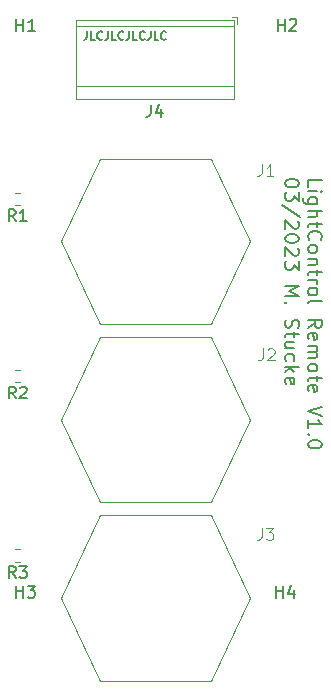
<source format=gbr>
%TF.GenerationSoftware,KiCad,Pcbnew,7.0.1*%
%TF.CreationDate,2023-03-29T16:16:29+02:00*%
%TF.ProjectId,remote,72656d6f-7465-42e6-9b69-6361645f7063,1.0*%
%TF.SameCoordinates,Original*%
%TF.FileFunction,Legend,Top*%
%TF.FilePolarity,Positive*%
%FSLAX46Y46*%
G04 Gerber Fmt 4.6, Leading zero omitted, Abs format (unit mm)*
G04 Created by KiCad (PCBNEW 7.0.1) date 2023-03-29 16:16:29*
%MOMM*%
%LPD*%
G01*
G04 APERTURE LIST*
%ADD10C,0.150000*%
%ADD11C,0.200000*%
%ADD12C,0.100000*%
%ADD13C,0.120000*%
G04 APERTURE END LIST*
D10*
X135866666Y-51114333D02*
X135866666Y-51614333D01*
X135866666Y-51614333D02*
X135833333Y-51714333D01*
X135833333Y-51714333D02*
X135766666Y-51781000D01*
X135766666Y-51781000D02*
X135666666Y-51814333D01*
X135666666Y-51814333D02*
X135600000Y-51814333D01*
X136533333Y-51814333D02*
X136199999Y-51814333D01*
X136199999Y-51814333D02*
X136199999Y-51114333D01*
X137166666Y-51747666D02*
X137133333Y-51781000D01*
X137133333Y-51781000D02*
X137033333Y-51814333D01*
X137033333Y-51814333D02*
X136966666Y-51814333D01*
X136966666Y-51814333D02*
X136866666Y-51781000D01*
X136866666Y-51781000D02*
X136800000Y-51714333D01*
X136800000Y-51714333D02*
X136766666Y-51647666D01*
X136766666Y-51647666D02*
X136733333Y-51514333D01*
X136733333Y-51514333D02*
X136733333Y-51414333D01*
X136733333Y-51414333D02*
X136766666Y-51281000D01*
X136766666Y-51281000D02*
X136800000Y-51214333D01*
X136800000Y-51214333D02*
X136866666Y-51147666D01*
X136866666Y-51147666D02*
X136966666Y-51114333D01*
X136966666Y-51114333D02*
X137033333Y-51114333D01*
X137033333Y-51114333D02*
X137133333Y-51147666D01*
X137133333Y-51147666D02*
X137166666Y-51181000D01*
X137666666Y-51114333D02*
X137666666Y-51614333D01*
X137666666Y-51614333D02*
X137633333Y-51714333D01*
X137633333Y-51714333D02*
X137566666Y-51781000D01*
X137566666Y-51781000D02*
X137466666Y-51814333D01*
X137466666Y-51814333D02*
X137400000Y-51814333D01*
X138333333Y-51814333D02*
X137999999Y-51814333D01*
X137999999Y-51814333D02*
X137999999Y-51114333D01*
X138966666Y-51747666D02*
X138933333Y-51781000D01*
X138933333Y-51781000D02*
X138833333Y-51814333D01*
X138833333Y-51814333D02*
X138766666Y-51814333D01*
X138766666Y-51814333D02*
X138666666Y-51781000D01*
X138666666Y-51781000D02*
X138600000Y-51714333D01*
X138600000Y-51714333D02*
X138566666Y-51647666D01*
X138566666Y-51647666D02*
X138533333Y-51514333D01*
X138533333Y-51514333D02*
X138533333Y-51414333D01*
X138533333Y-51414333D02*
X138566666Y-51281000D01*
X138566666Y-51281000D02*
X138600000Y-51214333D01*
X138600000Y-51214333D02*
X138666666Y-51147666D01*
X138666666Y-51147666D02*
X138766666Y-51114333D01*
X138766666Y-51114333D02*
X138833333Y-51114333D01*
X138833333Y-51114333D02*
X138933333Y-51147666D01*
X138933333Y-51147666D02*
X138966666Y-51181000D01*
X139466666Y-51114333D02*
X139466666Y-51614333D01*
X139466666Y-51614333D02*
X139433333Y-51714333D01*
X139433333Y-51714333D02*
X139366666Y-51781000D01*
X139366666Y-51781000D02*
X139266666Y-51814333D01*
X139266666Y-51814333D02*
X139200000Y-51814333D01*
X140133333Y-51814333D02*
X139799999Y-51814333D01*
X139799999Y-51814333D02*
X139799999Y-51114333D01*
X140766666Y-51747666D02*
X140733333Y-51781000D01*
X140733333Y-51781000D02*
X140633333Y-51814333D01*
X140633333Y-51814333D02*
X140566666Y-51814333D01*
X140566666Y-51814333D02*
X140466666Y-51781000D01*
X140466666Y-51781000D02*
X140400000Y-51714333D01*
X140400000Y-51714333D02*
X140366666Y-51647666D01*
X140366666Y-51647666D02*
X140333333Y-51514333D01*
X140333333Y-51514333D02*
X140333333Y-51414333D01*
X140333333Y-51414333D02*
X140366666Y-51281000D01*
X140366666Y-51281000D02*
X140400000Y-51214333D01*
X140400000Y-51214333D02*
X140466666Y-51147666D01*
X140466666Y-51147666D02*
X140566666Y-51114333D01*
X140566666Y-51114333D02*
X140633333Y-51114333D01*
X140633333Y-51114333D02*
X140733333Y-51147666D01*
X140733333Y-51147666D02*
X140766666Y-51181000D01*
X141266666Y-51114333D02*
X141266666Y-51614333D01*
X141266666Y-51614333D02*
X141233333Y-51714333D01*
X141233333Y-51714333D02*
X141166666Y-51781000D01*
X141166666Y-51781000D02*
X141066666Y-51814333D01*
X141066666Y-51814333D02*
X141000000Y-51814333D01*
X141933333Y-51814333D02*
X141599999Y-51814333D01*
X141599999Y-51814333D02*
X141599999Y-51114333D01*
X142566666Y-51747666D02*
X142533333Y-51781000D01*
X142533333Y-51781000D02*
X142433333Y-51814333D01*
X142433333Y-51814333D02*
X142366666Y-51814333D01*
X142366666Y-51814333D02*
X142266666Y-51781000D01*
X142266666Y-51781000D02*
X142200000Y-51714333D01*
X142200000Y-51714333D02*
X142166666Y-51647666D01*
X142166666Y-51647666D02*
X142133333Y-51514333D01*
X142133333Y-51514333D02*
X142133333Y-51414333D01*
X142133333Y-51414333D02*
X142166666Y-51281000D01*
X142166666Y-51281000D02*
X142200000Y-51214333D01*
X142200000Y-51214333D02*
X142266666Y-51147666D01*
X142266666Y-51147666D02*
X142366666Y-51114333D01*
X142366666Y-51114333D02*
X142433333Y-51114333D01*
X142433333Y-51114333D02*
X142533333Y-51147666D01*
X142533333Y-51147666D02*
X142566666Y-51181000D01*
D11*
X154590857Y-64257142D02*
X154590857Y-63685714D01*
X154590857Y-63685714D02*
X155790857Y-63685714D01*
X154590857Y-64657143D02*
X155390857Y-64657143D01*
X155790857Y-64657143D02*
X155733714Y-64600000D01*
X155733714Y-64600000D02*
X155676571Y-64657143D01*
X155676571Y-64657143D02*
X155733714Y-64714286D01*
X155733714Y-64714286D02*
X155790857Y-64657143D01*
X155790857Y-64657143D02*
X155676571Y-64657143D01*
X155390857Y-65742858D02*
X154419428Y-65742858D01*
X154419428Y-65742858D02*
X154305142Y-65685715D01*
X154305142Y-65685715D02*
X154248000Y-65628572D01*
X154248000Y-65628572D02*
X154190857Y-65514286D01*
X154190857Y-65514286D02*
X154190857Y-65342858D01*
X154190857Y-65342858D02*
X154248000Y-65228572D01*
X154648000Y-65742858D02*
X154590857Y-65628572D01*
X154590857Y-65628572D02*
X154590857Y-65400000D01*
X154590857Y-65400000D02*
X154648000Y-65285715D01*
X154648000Y-65285715D02*
X154705142Y-65228572D01*
X154705142Y-65228572D02*
X154819428Y-65171429D01*
X154819428Y-65171429D02*
X155162285Y-65171429D01*
X155162285Y-65171429D02*
X155276571Y-65228572D01*
X155276571Y-65228572D02*
X155333714Y-65285715D01*
X155333714Y-65285715D02*
X155390857Y-65400000D01*
X155390857Y-65400000D02*
X155390857Y-65628572D01*
X155390857Y-65628572D02*
X155333714Y-65742858D01*
X154590857Y-66314286D02*
X155790857Y-66314286D01*
X154590857Y-66828572D02*
X155219428Y-66828572D01*
X155219428Y-66828572D02*
X155333714Y-66771429D01*
X155333714Y-66771429D02*
X155390857Y-66657143D01*
X155390857Y-66657143D02*
X155390857Y-66485714D01*
X155390857Y-66485714D02*
X155333714Y-66371429D01*
X155333714Y-66371429D02*
X155276571Y-66314286D01*
X155390857Y-67228571D02*
X155390857Y-67685714D01*
X155790857Y-67400000D02*
X154762285Y-67400000D01*
X154762285Y-67400000D02*
X154648000Y-67457143D01*
X154648000Y-67457143D02*
X154590857Y-67571428D01*
X154590857Y-67571428D02*
X154590857Y-67685714D01*
X154705142Y-68771428D02*
X154648000Y-68714285D01*
X154648000Y-68714285D02*
X154590857Y-68542857D01*
X154590857Y-68542857D02*
X154590857Y-68428571D01*
X154590857Y-68428571D02*
X154648000Y-68257142D01*
X154648000Y-68257142D02*
X154762285Y-68142857D01*
X154762285Y-68142857D02*
X154876571Y-68085714D01*
X154876571Y-68085714D02*
X155105142Y-68028571D01*
X155105142Y-68028571D02*
X155276571Y-68028571D01*
X155276571Y-68028571D02*
X155505142Y-68085714D01*
X155505142Y-68085714D02*
X155619428Y-68142857D01*
X155619428Y-68142857D02*
X155733714Y-68257142D01*
X155733714Y-68257142D02*
X155790857Y-68428571D01*
X155790857Y-68428571D02*
X155790857Y-68542857D01*
X155790857Y-68542857D02*
X155733714Y-68714285D01*
X155733714Y-68714285D02*
X155676571Y-68771428D01*
X154590857Y-69457142D02*
X154648000Y-69342857D01*
X154648000Y-69342857D02*
X154705142Y-69285714D01*
X154705142Y-69285714D02*
X154819428Y-69228571D01*
X154819428Y-69228571D02*
X155162285Y-69228571D01*
X155162285Y-69228571D02*
X155276571Y-69285714D01*
X155276571Y-69285714D02*
X155333714Y-69342857D01*
X155333714Y-69342857D02*
X155390857Y-69457142D01*
X155390857Y-69457142D02*
X155390857Y-69628571D01*
X155390857Y-69628571D02*
X155333714Y-69742857D01*
X155333714Y-69742857D02*
X155276571Y-69800000D01*
X155276571Y-69800000D02*
X155162285Y-69857142D01*
X155162285Y-69857142D02*
X154819428Y-69857142D01*
X154819428Y-69857142D02*
X154705142Y-69800000D01*
X154705142Y-69800000D02*
X154648000Y-69742857D01*
X154648000Y-69742857D02*
X154590857Y-69628571D01*
X154590857Y-69628571D02*
X154590857Y-69457142D01*
X155390857Y-70371428D02*
X154590857Y-70371428D01*
X155276571Y-70371428D02*
X155333714Y-70428571D01*
X155333714Y-70428571D02*
X155390857Y-70542856D01*
X155390857Y-70542856D02*
X155390857Y-70714285D01*
X155390857Y-70714285D02*
X155333714Y-70828571D01*
X155333714Y-70828571D02*
X155219428Y-70885714D01*
X155219428Y-70885714D02*
X154590857Y-70885714D01*
X155390857Y-71285713D02*
X155390857Y-71742856D01*
X155790857Y-71457142D02*
X154762285Y-71457142D01*
X154762285Y-71457142D02*
X154648000Y-71514285D01*
X154648000Y-71514285D02*
X154590857Y-71628570D01*
X154590857Y-71628570D02*
X154590857Y-71742856D01*
X154590857Y-72142856D02*
X155390857Y-72142856D01*
X155162285Y-72142856D02*
X155276571Y-72199999D01*
X155276571Y-72199999D02*
X155333714Y-72257142D01*
X155333714Y-72257142D02*
X155390857Y-72371427D01*
X155390857Y-72371427D02*
X155390857Y-72485713D01*
X154590857Y-73057141D02*
X154648000Y-72942856D01*
X154648000Y-72942856D02*
X154705142Y-72885713D01*
X154705142Y-72885713D02*
X154819428Y-72828570D01*
X154819428Y-72828570D02*
X155162285Y-72828570D01*
X155162285Y-72828570D02*
X155276571Y-72885713D01*
X155276571Y-72885713D02*
X155333714Y-72942856D01*
X155333714Y-72942856D02*
X155390857Y-73057141D01*
X155390857Y-73057141D02*
X155390857Y-73228570D01*
X155390857Y-73228570D02*
X155333714Y-73342856D01*
X155333714Y-73342856D02*
X155276571Y-73399999D01*
X155276571Y-73399999D02*
X155162285Y-73457141D01*
X155162285Y-73457141D02*
X154819428Y-73457141D01*
X154819428Y-73457141D02*
X154705142Y-73399999D01*
X154705142Y-73399999D02*
X154648000Y-73342856D01*
X154648000Y-73342856D02*
X154590857Y-73228570D01*
X154590857Y-73228570D02*
X154590857Y-73057141D01*
X154590857Y-74142855D02*
X154648000Y-74028570D01*
X154648000Y-74028570D02*
X154762285Y-73971427D01*
X154762285Y-73971427D02*
X155790857Y-73971427D01*
X154590857Y-76199998D02*
X155162285Y-75799998D01*
X154590857Y-75514284D02*
X155790857Y-75514284D01*
X155790857Y-75514284D02*
X155790857Y-75971427D01*
X155790857Y-75971427D02*
X155733714Y-76085712D01*
X155733714Y-76085712D02*
X155676571Y-76142855D01*
X155676571Y-76142855D02*
X155562285Y-76199998D01*
X155562285Y-76199998D02*
X155390857Y-76199998D01*
X155390857Y-76199998D02*
X155276571Y-76142855D01*
X155276571Y-76142855D02*
X155219428Y-76085712D01*
X155219428Y-76085712D02*
X155162285Y-75971427D01*
X155162285Y-75971427D02*
X155162285Y-75514284D01*
X154648000Y-77171427D02*
X154590857Y-77057141D01*
X154590857Y-77057141D02*
X154590857Y-76828570D01*
X154590857Y-76828570D02*
X154648000Y-76714284D01*
X154648000Y-76714284D02*
X154762285Y-76657141D01*
X154762285Y-76657141D02*
X155219428Y-76657141D01*
X155219428Y-76657141D02*
X155333714Y-76714284D01*
X155333714Y-76714284D02*
X155390857Y-76828570D01*
X155390857Y-76828570D02*
X155390857Y-77057141D01*
X155390857Y-77057141D02*
X155333714Y-77171427D01*
X155333714Y-77171427D02*
X155219428Y-77228570D01*
X155219428Y-77228570D02*
X155105142Y-77228570D01*
X155105142Y-77228570D02*
X154990857Y-76657141D01*
X154590857Y-77742855D02*
X155390857Y-77742855D01*
X155276571Y-77742855D02*
X155333714Y-77799998D01*
X155333714Y-77799998D02*
X155390857Y-77914283D01*
X155390857Y-77914283D02*
X155390857Y-78085712D01*
X155390857Y-78085712D02*
X155333714Y-78199998D01*
X155333714Y-78199998D02*
X155219428Y-78257141D01*
X155219428Y-78257141D02*
X154590857Y-78257141D01*
X155219428Y-78257141D02*
X155333714Y-78314283D01*
X155333714Y-78314283D02*
X155390857Y-78428569D01*
X155390857Y-78428569D02*
X155390857Y-78599998D01*
X155390857Y-78599998D02*
X155333714Y-78714283D01*
X155333714Y-78714283D02*
X155219428Y-78771426D01*
X155219428Y-78771426D02*
X154590857Y-78771426D01*
X154590857Y-79514283D02*
X154648000Y-79399998D01*
X154648000Y-79399998D02*
X154705142Y-79342855D01*
X154705142Y-79342855D02*
X154819428Y-79285712D01*
X154819428Y-79285712D02*
X155162285Y-79285712D01*
X155162285Y-79285712D02*
X155276571Y-79342855D01*
X155276571Y-79342855D02*
X155333714Y-79399998D01*
X155333714Y-79399998D02*
X155390857Y-79514283D01*
X155390857Y-79514283D02*
X155390857Y-79685712D01*
X155390857Y-79685712D02*
X155333714Y-79799998D01*
X155333714Y-79799998D02*
X155276571Y-79857141D01*
X155276571Y-79857141D02*
X155162285Y-79914283D01*
X155162285Y-79914283D02*
X154819428Y-79914283D01*
X154819428Y-79914283D02*
X154705142Y-79857141D01*
X154705142Y-79857141D02*
X154648000Y-79799998D01*
X154648000Y-79799998D02*
X154590857Y-79685712D01*
X154590857Y-79685712D02*
X154590857Y-79514283D01*
X155390857Y-80257140D02*
X155390857Y-80714283D01*
X155790857Y-80428569D02*
X154762285Y-80428569D01*
X154762285Y-80428569D02*
X154648000Y-80485712D01*
X154648000Y-80485712D02*
X154590857Y-80599997D01*
X154590857Y-80599997D02*
X154590857Y-80714283D01*
X154648000Y-81571426D02*
X154590857Y-81457140D01*
X154590857Y-81457140D02*
X154590857Y-81228569D01*
X154590857Y-81228569D02*
X154648000Y-81114283D01*
X154648000Y-81114283D02*
X154762285Y-81057140D01*
X154762285Y-81057140D02*
X155219428Y-81057140D01*
X155219428Y-81057140D02*
X155333714Y-81114283D01*
X155333714Y-81114283D02*
X155390857Y-81228569D01*
X155390857Y-81228569D02*
X155390857Y-81457140D01*
X155390857Y-81457140D02*
X155333714Y-81571426D01*
X155333714Y-81571426D02*
X155219428Y-81628569D01*
X155219428Y-81628569D02*
X155105142Y-81628569D01*
X155105142Y-81628569D02*
X154990857Y-81057140D01*
X155790857Y-82885711D02*
X154590857Y-83285711D01*
X154590857Y-83285711D02*
X155790857Y-83685711D01*
X154590857Y-84714282D02*
X154590857Y-84028568D01*
X154590857Y-84371425D02*
X155790857Y-84371425D01*
X155790857Y-84371425D02*
X155619428Y-84257139D01*
X155619428Y-84257139D02*
X155505142Y-84142854D01*
X155505142Y-84142854D02*
X155448000Y-84028568D01*
X154705142Y-85228568D02*
X154648000Y-85285711D01*
X154648000Y-85285711D02*
X154590857Y-85228568D01*
X154590857Y-85228568D02*
X154648000Y-85171425D01*
X154648000Y-85171425D02*
X154705142Y-85228568D01*
X154705142Y-85228568D02*
X154590857Y-85228568D01*
X155790857Y-86028568D02*
X155790857Y-86142854D01*
X155790857Y-86142854D02*
X155733714Y-86257140D01*
X155733714Y-86257140D02*
X155676571Y-86314283D01*
X155676571Y-86314283D02*
X155562285Y-86371425D01*
X155562285Y-86371425D02*
X155333714Y-86428568D01*
X155333714Y-86428568D02*
X155048000Y-86428568D01*
X155048000Y-86428568D02*
X154819428Y-86371425D01*
X154819428Y-86371425D02*
X154705142Y-86314283D01*
X154705142Y-86314283D02*
X154648000Y-86257140D01*
X154648000Y-86257140D02*
X154590857Y-86142854D01*
X154590857Y-86142854D02*
X154590857Y-86028568D01*
X154590857Y-86028568D02*
X154648000Y-85914283D01*
X154648000Y-85914283D02*
X154705142Y-85857140D01*
X154705142Y-85857140D02*
X154819428Y-85799997D01*
X154819428Y-85799997D02*
X155048000Y-85742854D01*
X155048000Y-85742854D02*
X155333714Y-85742854D01*
X155333714Y-85742854D02*
X155562285Y-85799997D01*
X155562285Y-85799997D02*
X155676571Y-85857140D01*
X155676571Y-85857140D02*
X155733714Y-85914283D01*
X155733714Y-85914283D02*
X155790857Y-86028568D01*
X153846857Y-63914285D02*
X153846857Y-64028571D01*
X153846857Y-64028571D02*
X153789714Y-64142857D01*
X153789714Y-64142857D02*
X153732571Y-64200000D01*
X153732571Y-64200000D02*
X153618285Y-64257142D01*
X153618285Y-64257142D02*
X153389714Y-64314285D01*
X153389714Y-64314285D02*
X153104000Y-64314285D01*
X153104000Y-64314285D02*
X152875428Y-64257142D01*
X152875428Y-64257142D02*
X152761142Y-64200000D01*
X152761142Y-64200000D02*
X152704000Y-64142857D01*
X152704000Y-64142857D02*
X152646857Y-64028571D01*
X152646857Y-64028571D02*
X152646857Y-63914285D01*
X152646857Y-63914285D02*
X152704000Y-63800000D01*
X152704000Y-63800000D02*
X152761142Y-63742857D01*
X152761142Y-63742857D02*
X152875428Y-63685714D01*
X152875428Y-63685714D02*
X153104000Y-63628571D01*
X153104000Y-63628571D02*
X153389714Y-63628571D01*
X153389714Y-63628571D02*
X153618285Y-63685714D01*
X153618285Y-63685714D02*
X153732571Y-63742857D01*
X153732571Y-63742857D02*
X153789714Y-63800000D01*
X153789714Y-63800000D02*
X153846857Y-63914285D01*
X153846857Y-64714285D02*
X153846857Y-65457142D01*
X153846857Y-65457142D02*
X153389714Y-65057142D01*
X153389714Y-65057142D02*
X153389714Y-65228571D01*
X153389714Y-65228571D02*
X153332571Y-65342857D01*
X153332571Y-65342857D02*
X153275428Y-65399999D01*
X153275428Y-65399999D02*
X153161142Y-65457142D01*
X153161142Y-65457142D02*
X152875428Y-65457142D01*
X152875428Y-65457142D02*
X152761142Y-65399999D01*
X152761142Y-65399999D02*
X152704000Y-65342857D01*
X152704000Y-65342857D02*
X152646857Y-65228571D01*
X152646857Y-65228571D02*
X152646857Y-64885714D01*
X152646857Y-64885714D02*
X152704000Y-64771428D01*
X152704000Y-64771428D02*
X152761142Y-64714285D01*
X153904000Y-66828571D02*
X152361142Y-65799999D01*
X153732571Y-67171428D02*
X153789714Y-67228571D01*
X153789714Y-67228571D02*
X153846857Y-67342857D01*
X153846857Y-67342857D02*
X153846857Y-67628571D01*
X153846857Y-67628571D02*
X153789714Y-67742857D01*
X153789714Y-67742857D02*
X153732571Y-67799999D01*
X153732571Y-67799999D02*
X153618285Y-67857142D01*
X153618285Y-67857142D02*
X153504000Y-67857142D01*
X153504000Y-67857142D02*
X153332571Y-67799999D01*
X153332571Y-67799999D02*
X152646857Y-67114285D01*
X152646857Y-67114285D02*
X152646857Y-67857142D01*
X153846857Y-68599999D02*
X153846857Y-68714285D01*
X153846857Y-68714285D02*
X153789714Y-68828571D01*
X153789714Y-68828571D02*
X153732571Y-68885714D01*
X153732571Y-68885714D02*
X153618285Y-68942856D01*
X153618285Y-68942856D02*
X153389714Y-68999999D01*
X153389714Y-68999999D02*
X153104000Y-68999999D01*
X153104000Y-68999999D02*
X152875428Y-68942856D01*
X152875428Y-68942856D02*
X152761142Y-68885714D01*
X152761142Y-68885714D02*
X152704000Y-68828571D01*
X152704000Y-68828571D02*
X152646857Y-68714285D01*
X152646857Y-68714285D02*
X152646857Y-68599999D01*
X152646857Y-68599999D02*
X152704000Y-68485714D01*
X152704000Y-68485714D02*
X152761142Y-68428571D01*
X152761142Y-68428571D02*
X152875428Y-68371428D01*
X152875428Y-68371428D02*
X153104000Y-68314285D01*
X153104000Y-68314285D02*
X153389714Y-68314285D01*
X153389714Y-68314285D02*
X153618285Y-68371428D01*
X153618285Y-68371428D02*
X153732571Y-68428571D01*
X153732571Y-68428571D02*
X153789714Y-68485714D01*
X153789714Y-68485714D02*
X153846857Y-68599999D01*
X153732571Y-69457142D02*
X153789714Y-69514285D01*
X153789714Y-69514285D02*
X153846857Y-69628571D01*
X153846857Y-69628571D02*
X153846857Y-69914285D01*
X153846857Y-69914285D02*
X153789714Y-70028571D01*
X153789714Y-70028571D02*
X153732571Y-70085713D01*
X153732571Y-70085713D02*
X153618285Y-70142856D01*
X153618285Y-70142856D02*
X153504000Y-70142856D01*
X153504000Y-70142856D02*
X153332571Y-70085713D01*
X153332571Y-70085713D02*
X152646857Y-69399999D01*
X152646857Y-69399999D02*
X152646857Y-70142856D01*
X153846857Y-70542856D02*
X153846857Y-71285713D01*
X153846857Y-71285713D02*
X153389714Y-70885713D01*
X153389714Y-70885713D02*
X153389714Y-71057142D01*
X153389714Y-71057142D02*
X153332571Y-71171428D01*
X153332571Y-71171428D02*
X153275428Y-71228570D01*
X153275428Y-71228570D02*
X153161142Y-71285713D01*
X153161142Y-71285713D02*
X152875428Y-71285713D01*
X152875428Y-71285713D02*
X152761142Y-71228570D01*
X152761142Y-71228570D02*
X152704000Y-71171428D01*
X152704000Y-71171428D02*
X152646857Y-71057142D01*
X152646857Y-71057142D02*
X152646857Y-70714285D01*
X152646857Y-70714285D02*
X152704000Y-70599999D01*
X152704000Y-70599999D02*
X152761142Y-70542856D01*
X152646857Y-72714285D02*
X153846857Y-72714285D01*
X153846857Y-72714285D02*
X152989714Y-73114285D01*
X152989714Y-73114285D02*
X153846857Y-73514285D01*
X153846857Y-73514285D02*
X152646857Y-73514285D01*
X152761142Y-74085714D02*
X152704000Y-74142857D01*
X152704000Y-74142857D02*
X152646857Y-74085714D01*
X152646857Y-74085714D02*
X152704000Y-74028571D01*
X152704000Y-74028571D02*
X152761142Y-74085714D01*
X152761142Y-74085714D02*
X152646857Y-74085714D01*
X152704000Y-75514286D02*
X152646857Y-75685715D01*
X152646857Y-75685715D02*
X152646857Y-75971429D01*
X152646857Y-75971429D02*
X152704000Y-76085715D01*
X152704000Y-76085715D02*
X152761142Y-76142857D01*
X152761142Y-76142857D02*
X152875428Y-76200000D01*
X152875428Y-76200000D02*
X152989714Y-76200000D01*
X152989714Y-76200000D02*
X153104000Y-76142857D01*
X153104000Y-76142857D02*
X153161142Y-76085715D01*
X153161142Y-76085715D02*
X153218285Y-75971429D01*
X153218285Y-75971429D02*
X153275428Y-75742857D01*
X153275428Y-75742857D02*
X153332571Y-75628572D01*
X153332571Y-75628572D02*
X153389714Y-75571429D01*
X153389714Y-75571429D02*
X153504000Y-75514286D01*
X153504000Y-75514286D02*
X153618285Y-75514286D01*
X153618285Y-75514286D02*
X153732571Y-75571429D01*
X153732571Y-75571429D02*
X153789714Y-75628572D01*
X153789714Y-75628572D02*
X153846857Y-75742857D01*
X153846857Y-75742857D02*
X153846857Y-76028572D01*
X153846857Y-76028572D02*
X153789714Y-76200000D01*
X153446857Y-76542857D02*
X153446857Y-77000000D01*
X153846857Y-76714286D02*
X152818285Y-76714286D01*
X152818285Y-76714286D02*
X152704000Y-76771429D01*
X152704000Y-76771429D02*
X152646857Y-76885714D01*
X152646857Y-76885714D02*
X152646857Y-77000000D01*
X153446857Y-77914286D02*
X152646857Y-77914286D01*
X153446857Y-77400000D02*
X152818285Y-77400000D01*
X152818285Y-77400000D02*
X152704000Y-77457143D01*
X152704000Y-77457143D02*
X152646857Y-77571428D01*
X152646857Y-77571428D02*
X152646857Y-77742857D01*
X152646857Y-77742857D02*
X152704000Y-77857143D01*
X152704000Y-77857143D02*
X152761142Y-77914286D01*
X152704000Y-79000000D02*
X152646857Y-78885714D01*
X152646857Y-78885714D02*
X152646857Y-78657142D01*
X152646857Y-78657142D02*
X152704000Y-78542857D01*
X152704000Y-78542857D02*
X152761142Y-78485714D01*
X152761142Y-78485714D02*
X152875428Y-78428571D01*
X152875428Y-78428571D02*
X153218285Y-78428571D01*
X153218285Y-78428571D02*
X153332571Y-78485714D01*
X153332571Y-78485714D02*
X153389714Y-78542857D01*
X153389714Y-78542857D02*
X153446857Y-78657142D01*
X153446857Y-78657142D02*
X153446857Y-78885714D01*
X153446857Y-78885714D02*
X153389714Y-79000000D01*
X152646857Y-79514285D02*
X153846857Y-79514285D01*
X153104000Y-79628571D02*
X152646857Y-79971428D01*
X153446857Y-79971428D02*
X152989714Y-79514285D01*
X152704000Y-80942857D02*
X152646857Y-80828571D01*
X152646857Y-80828571D02*
X152646857Y-80600000D01*
X152646857Y-80600000D02*
X152704000Y-80485714D01*
X152704000Y-80485714D02*
X152818285Y-80428571D01*
X152818285Y-80428571D02*
X153275428Y-80428571D01*
X153275428Y-80428571D02*
X153389714Y-80485714D01*
X153389714Y-80485714D02*
X153446857Y-80600000D01*
X153446857Y-80600000D02*
X153446857Y-80828571D01*
X153446857Y-80828571D02*
X153389714Y-80942857D01*
X153389714Y-80942857D02*
X153275428Y-81000000D01*
X153275428Y-81000000D02*
X153161142Y-81000000D01*
X153161142Y-81000000D02*
X153046857Y-80428571D01*
D10*
%TO.C,H1*%
X129913095Y-51062619D02*
X129913095Y-50062619D01*
X129913095Y-50538809D02*
X130484523Y-50538809D01*
X130484523Y-51062619D02*
X130484523Y-50062619D01*
X131484523Y-51062619D02*
X130913095Y-51062619D01*
X131198809Y-51062619D02*
X131198809Y-50062619D01*
X131198809Y-50062619D02*
X131103571Y-50205476D01*
X131103571Y-50205476D02*
X131008333Y-50300714D01*
X131008333Y-50300714D02*
X130913095Y-50348333D01*
%TO.C,R1*%
X129833333Y-67192619D02*
X129500000Y-66716428D01*
X129261905Y-67192619D02*
X129261905Y-66192619D01*
X129261905Y-66192619D02*
X129642857Y-66192619D01*
X129642857Y-66192619D02*
X129738095Y-66240238D01*
X129738095Y-66240238D02*
X129785714Y-66287857D01*
X129785714Y-66287857D02*
X129833333Y-66383095D01*
X129833333Y-66383095D02*
X129833333Y-66525952D01*
X129833333Y-66525952D02*
X129785714Y-66621190D01*
X129785714Y-66621190D02*
X129738095Y-66668809D01*
X129738095Y-66668809D02*
X129642857Y-66716428D01*
X129642857Y-66716428D02*
X129261905Y-66716428D01*
X130785714Y-67192619D02*
X130214286Y-67192619D01*
X130500000Y-67192619D02*
X130500000Y-66192619D01*
X130500000Y-66192619D02*
X130404762Y-66335476D01*
X130404762Y-66335476D02*
X130309524Y-66430714D01*
X130309524Y-66430714D02*
X130214286Y-66478333D01*
%TO.C,R2*%
X129833333Y-82192619D02*
X129500000Y-81716428D01*
X129261905Y-82192619D02*
X129261905Y-81192619D01*
X129261905Y-81192619D02*
X129642857Y-81192619D01*
X129642857Y-81192619D02*
X129738095Y-81240238D01*
X129738095Y-81240238D02*
X129785714Y-81287857D01*
X129785714Y-81287857D02*
X129833333Y-81383095D01*
X129833333Y-81383095D02*
X129833333Y-81525952D01*
X129833333Y-81525952D02*
X129785714Y-81621190D01*
X129785714Y-81621190D02*
X129738095Y-81668809D01*
X129738095Y-81668809D02*
X129642857Y-81716428D01*
X129642857Y-81716428D02*
X129261905Y-81716428D01*
X130214286Y-81287857D02*
X130261905Y-81240238D01*
X130261905Y-81240238D02*
X130357143Y-81192619D01*
X130357143Y-81192619D02*
X130595238Y-81192619D01*
X130595238Y-81192619D02*
X130690476Y-81240238D01*
X130690476Y-81240238D02*
X130738095Y-81287857D01*
X130738095Y-81287857D02*
X130785714Y-81383095D01*
X130785714Y-81383095D02*
X130785714Y-81478333D01*
X130785714Y-81478333D02*
X130738095Y-81621190D01*
X130738095Y-81621190D02*
X130166667Y-82192619D01*
X130166667Y-82192619D02*
X130785714Y-82192619D01*
%TO.C,R3*%
X129833333Y-97392619D02*
X129500000Y-96916428D01*
X129261905Y-97392619D02*
X129261905Y-96392619D01*
X129261905Y-96392619D02*
X129642857Y-96392619D01*
X129642857Y-96392619D02*
X129738095Y-96440238D01*
X129738095Y-96440238D02*
X129785714Y-96487857D01*
X129785714Y-96487857D02*
X129833333Y-96583095D01*
X129833333Y-96583095D02*
X129833333Y-96725952D01*
X129833333Y-96725952D02*
X129785714Y-96821190D01*
X129785714Y-96821190D02*
X129738095Y-96868809D01*
X129738095Y-96868809D02*
X129642857Y-96916428D01*
X129642857Y-96916428D02*
X129261905Y-96916428D01*
X130166667Y-96392619D02*
X130785714Y-96392619D01*
X130785714Y-96392619D02*
X130452381Y-96773571D01*
X130452381Y-96773571D02*
X130595238Y-96773571D01*
X130595238Y-96773571D02*
X130690476Y-96821190D01*
X130690476Y-96821190D02*
X130738095Y-96868809D01*
X130738095Y-96868809D02*
X130785714Y-96964047D01*
X130785714Y-96964047D02*
X130785714Y-97202142D01*
X130785714Y-97202142D02*
X130738095Y-97297380D01*
X130738095Y-97297380D02*
X130690476Y-97345000D01*
X130690476Y-97345000D02*
X130595238Y-97392619D01*
X130595238Y-97392619D02*
X130309524Y-97392619D01*
X130309524Y-97392619D02*
X130214286Y-97345000D01*
X130214286Y-97345000D02*
X130166667Y-97297380D01*
D12*
%TO.C,J1*%
X150666666Y-62362619D02*
X150666666Y-63076904D01*
X150666666Y-63076904D02*
X150619047Y-63219761D01*
X150619047Y-63219761D02*
X150523809Y-63315000D01*
X150523809Y-63315000D02*
X150380952Y-63362619D01*
X150380952Y-63362619D02*
X150285714Y-63362619D01*
X151666666Y-63362619D02*
X151095238Y-63362619D01*
X151380952Y-63362619D02*
X151380952Y-62362619D01*
X151380952Y-62362619D02*
X151285714Y-62505476D01*
X151285714Y-62505476D02*
X151190476Y-62600714D01*
X151190476Y-62600714D02*
X151095238Y-62648333D01*
D10*
%TO.C,J4*%
X141286666Y-57332619D02*
X141286666Y-58046904D01*
X141286666Y-58046904D02*
X141239047Y-58189761D01*
X141239047Y-58189761D02*
X141143809Y-58285000D01*
X141143809Y-58285000D02*
X141000952Y-58332619D01*
X141000952Y-58332619D02*
X140905714Y-58332619D01*
X142191428Y-57665952D02*
X142191428Y-58332619D01*
X141953333Y-57285000D02*
X141715238Y-57999285D01*
X141715238Y-57999285D02*
X142334285Y-57999285D01*
D12*
%TO.C,J2*%
X150766666Y-77962619D02*
X150766666Y-78676904D01*
X150766666Y-78676904D02*
X150719047Y-78819761D01*
X150719047Y-78819761D02*
X150623809Y-78915000D01*
X150623809Y-78915000D02*
X150480952Y-78962619D01*
X150480952Y-78962619D02*
X150385714Y-78962619D01*
X151195238Y-78057857D02*
X151242857Y-78010238D01*
X151242857Y-78010238D02*
X151338095Y-77962619D01*
X151338095Y-77962619D02*
X151576190Y-77962619D01*
X151576190Y-77962619D02*
X151671428Y-78010238D01*
X151671428Y-78010238D02*
X151719047Y-78057857D01*
X151719047Y-78057857D02*
X151766666Y-78153095D01*
X151766666Y-78153095D02*
X151766666Y-78248333D01*
X151766666Y-78248333D02*
X151719047Y-78391190D01*
X151719047Y-78391190D02*
X151147619Y-78962619D01*
X151147619Y-78962619D02*
X151766666Y-78962619D01*
D10*
%TO.C,H3*%
X129913095Y-99062619D02*
X129913095Y-98062619D01*
X129913095Y-98538809D02*
X130484523Y-98538809D01*
X130484523Y-99062619D02*
X130484523Y-98062619D01*
X130865476Y-98062619D02*
X131484523Y-98062619D01*
X131484523Y-98062619D02*
X131151190Y-98443571D01*
X131151190Y-98443571D02*
X131294047Y-98443571D01*
X131294047Y-98443571D02*
X131389285Y-98491190D01*
X131389285Y-98491190D02*
X131436904Y-98538809D01*
X131436904Y-98538809D02*
X131484523Y-98634047D01*
X131484523Y-98634047D02*
X131484523Y-98872142D01*
X131484523Y-98872142D02*
X131436904Y-98967380D01*
X131436904Y-98967380D02*
X131389285Y-99015000D01*
X131389285Y-99015000D02*
X131294047Y-99062619D01*
X131294047Y-99062619D02*
X131008333Y-99062619D01*
X131008333Y-99062619D02*
X130913095Y-99015000D01*
X130913095Y-99015000D02*
X130865476Y-98967380D01*
%TO.C,H4*%
X151913095Y-99062619D02*
X151913095Y-98062619D01*
X151913095Y-98538809D02*
X152484523Y-98538809D01*
X152484523Y-99062619D02*
X152484523Y-98062619D01*
X153389285Y-98395952D02*
X153389285Y-99062619D01*
X153151190Y-98015000D02*
X152913095Y-98729285D01*
X152913095Y-98729285D02*
X153532142Y-98729285D01*
%TO.C,H2*%
X152038095Y-51062619D02*
X152038095Y-50062619D01*
X152038095Y-50538809D02*
X152609523Y-50538809D01*
X152609523Y-51062619D02*
X152609523Y-50062619D01*
X153038095Y-50157857D02*
X153085714Y-50110238D01*
X153085714Y-50110238D02*
X153180952Y-50062619D01*
X153180952Y-50062619D02*
X153419047Y-50062619D01*
X153419047Y-50062619D02*
X153514285Y-50110238D01*
X153514285Y-50110238D02*
X153561904Y-50157857D01*
X153561904Y-50157857D02*
X153609523Y-50253095D01*
X153609523Y-50253095D02*
X153609523Y-50348333D01*
X153609523Y-50348333D02*
X153561904Y-50491190D01*
X153561904Y-50491190D02*
X152990476Y-51062619D01*
X152990476Y-51062619D02*
X153609523Y-51062619D01*
D12*
%TO.C,J3*%
X150666666Y-93162619D02*
X150666666Y-93876904D01*
X150666666Y-93876904D02*
X150619047Y-94019761D01*
X150619047Y-94019761D02*
X150523809Y-94115000D01*
X150523809Y-94115000D02*
X150380952Y-94162619D01*
X150380952Y-94162619D02*
X150285714Y-94162619D01*
X151047619Y-93162619D02*
X151666666Y-93162619D01*
X151666666Y-93162619D02*
X151333333Y-93543571D01*
X151333333Y-93543571D02*
X151476190Y-93543571D01*
X151476190Y-93543571D02*
X151571428Y-93591190D01*
X151571428Y-93591190D02*
X151619047Y-93638809D01*
X151619047Y-93638809D02*
X151666666Y-93734047D01*
X151666666Y-93734047D02*
X151666666Y-93972142D01*
X151666666Y-93972142D02*
X151619047Y-94067380D01*
X151619047Y-94067380D02*
X151571428Y-94115000D01*
X151571428Y-94115000D02*
X151476190Y-94162619D01*
X151476190Y-94162619D02*
X151190476Y-94162619D01*
X151190476Y-94162619D02*
X151095238Y-94115000D01*
X151095238Y-94115000D02*
X151047619Y-94067380D01*
D13*
%TO.C,R1*%
X130237258Y-65822500D02*
X129762742Y-65822500D01*
X130237258Y-64777500D02*
X129762742Y-64777500D01*
%TO.C,R2*%
X130237258Y-80822500D02*
X129762742Y-80822500D01*
X130237258Y-79777500D02*
X129762742Y-79777500D01*
%TO.C,R3*%
X130237258Y-96022500D02*
X129762742Y-96022500D01*
X130237258Y-94977500D02*
X129762742Y-94977500D01*
D12*
%TO.C,J1*%
X133675000Y-68900000D02*
X136975000Y-75900000D01*
X136975000Y-61900000D02*
X133675000Y-68900000D01*
X136975000Y-61900000D02*
X146375000Y-61900000D01*
X136975000Y-75900000D02*
X146375000Y-75900000D01*
X146375000Y-61900000D02*
X149675000Y-68900000D01*
X146375000Y-75900000D02*
X149675000Y-68900000D01*
D13*
%TO.C,J4*%
X148560000Y-50530000D02*
X148560000Y-49890000D01*
X148560000Y-49890000D02*
X148160000Y-49890000D01*
X148320000Y-56870000D02*
X148320000Y-50130000D01*
X148320000Y-56870000D02*
X134920000Y-56870000D01*
X148320000Y-55750000D02*
X134920000Y-55750000D01*
X148320000Y-50650000D02*
X134920000Y-50650000D01*
X148320000Y-50130000D02*
X134920000Y-50130000D01*
X134920000Y-56870000D02*
X134920000Y-50130000D01*
D12*
%TO.C,J2*%
X133675000Y-84000000D02*
X136975000Y-91000000D01*
X136975000Y-77000000D02*
X133675000Y-84000000D01*
X136975000Y-77000000D02*
X146375000Y-77000000D01*
X136975000Y-91000000D02*
X146375000Y-91000000D01*
X146375000Y-77000000D02*
X149675000Y-84000000D01*
X146375000Y-91000000D02*
X149675000Y-84000000D01*
%TO.C,J3*%
X133675000Y-99100000D02*
X136975000Y-106100000D01*
X136975000Y-92100000D02*
X133675000Y-99100000D01*
X136975000Y-92100000D02*
X146375000Y-92100000D01*
X136975000Y-106100000D02*
X146375000Y-106100000D01*
X146375000Y-92100000D02*
X149675000Y-99100000D01*
X146375000Y-106100000D02*
X149675000Y-99100000D01*
%TD*%
M02*

</source>
